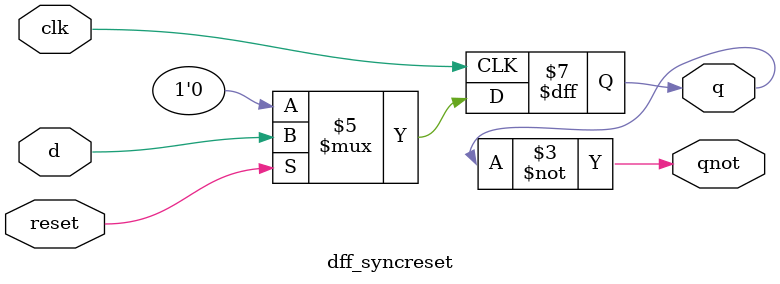
<source format=v>
module dff_syncreset (clk,d,reset,q,qnot);

input clk,d,reset;
output reg q;
output qnot;

always @(posedge clk) begin
    
    if (!reset) begin
        q <= 1'b0;
    end

    else
        q <= d;
        
end

assign qnot = ~q;
    
endmodule
</source>
